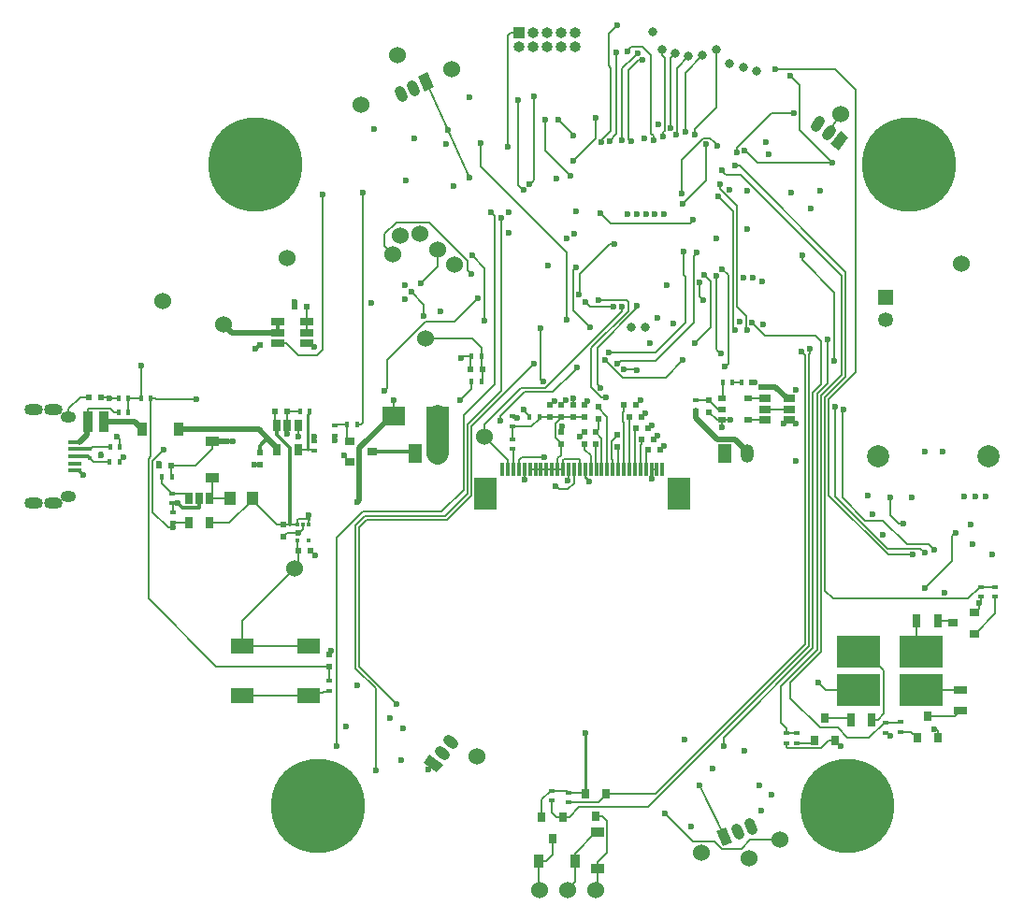
<source format=gbr>
G04 #@! TF.FileFunction,Copper,L1,Top,Signal*
%FSLAX46Y46*%
G04 Gerber Fmt 4.6, Leading zero omitted, Abs format (unit mm)*
G04 Created by KiCad (PCBNEW 4.0.5) date 10/25/17 11:24:36*
%MOMM*%
%LPD*%
G01*
G04 APERTURE LIST*
%ADD10C,0.100000*%
%ADD11C,2.000000*%
%ADD12R,1.000000X1.000000*%
%ADD13O,1.000000X1.000000*%
%ADD14R,0.500000X0.600000*%
%ADD15R,0.300000X1.250000*%
%ADD16R,2.000000X3.000000*%
%ADD17R,0.600000X0.400000*%
%ADD18R,0.600000X0.500000*%
%ADD19R,0.450000X0.400000*%
%ADD20R,0.650000X1.060000*%
%ADD21R,0.800000X0.900000*%
%ADD22R,0.900000X0.800000*%
%ADD23R,0.400000X0.600000*%
%ADD24R,2.000000X1.700000*%
%ADD25R,0.300000X0.450000*%
%ADD26R,1.060000X0.650000*%
%ADD27R,4.000000X3.000000*%
%ADD28C,1.524000*%
%ADD29R,0.900000X1.200000*%
%ADD30R,1.200000X0.900000*%
%ADD31R,1.000000X1.250000*%
%ADD32R,0.700000X1.300000*%
%ADD33R,1.300000X0.700000*%
%ADD34R,0.800000X0.550000*%
%ADD35R,0.850000X1.900000*%
%ADD36R,1.350000X1.350000*%
%ADD37C,1.350000*%
%ADD38C,8.509000*%
%ADD39R,1.200000X1.700000*%
%ADD40O,1.200000X1.700000*%
%ADD41O,1.700000X1.000000*%
%ADD42O,1.400000X1.000000*%
%ADD43R,1.200000X0.450000*%
%ADD44R,2.030000X1.400000*%
%ADD45R,1.220000X0.650000*%
%ADD46C,0.900000*%
%ADD47C,0.600000*%
%ADD48C,0.800000*%
%ADD49C,0.200000*%
%ADD50C,0.500000*%
%ADD51C,0.300000*%
%ADD52C,0.250000*%
%ADD53C,2.000000*%
G04 APERTURE END LIST*
D10*
D11*
X153750000Y-127000000D03*
X163750000Y-127000000D03*
D12*
X121198088Y-88652284D03*
D13*
X121198088Y-89922284D03*
X122468088Y-88652284D03*
X122468088Y-89922284D03*
X123738088Y-88652284D03*
X123738088Y-89922284D03*
X125008088Y-88652284D03*
X125008088Y-89922284D03*
X126278088Y-88652284D03*
X126278088Y-89922284D03*
D14*
X138461648Y-121926164D03*
X138461648Y-123026164D03*
D15*
X134224688Y-128165764D03*
X133724688Y-128165764D03*
X133224688Y-128165764D03*
X132724688Y-128165764D03*
X132224688Y-128165764D03*
X131724688Y-128165764D03*
X131224688Y-128165764D03*
X130724688Y-128165764D03*
X130224688Y-128165764D03*
X129724688Y-128165764D03*
X129224688Y-128165764D03*
X128724688Y-128165764D03*
X128224688Y-128165764D03*
X127724688Y-128165764D03*
X127224688Y-128165764D03*
X126724688Y-128165764D03*
X126224688Y-128165764D03*
X125724688Y-128165764D03*
X125224688Y-128165764D03*
X124724688Y-128165764D03*
X124224688Y-128165764D03*
X123724688Y-128165764D03*
X123224688Y-128165764D03*
X122724688Y-128165764D03*
X122224688Y-128165764D03*
X121724688Y-128165764D03*
X121224688Y-128165764D03*
X120724688Y-128165764D03*
X120224688Y-128165764D03*
X119724688Y-128165764D03*
D16*
X135744688Y-130390764D03*
X118204688Y-130390764D03*
D14*
X97752568Y-115817364D03*
X97752568Y-116917364D03*
D17*
X154412848Y-151139644D03*
X154412848Y-152039644D03*
D18*
X102051608Y-113481924D03*
X100951608Y-113481924D03*
D14*
X99901168Y-133197284D03*
X99901168Y-134297284D03*
D18*
X101218088Y-135547284D03*
X102318088Y-135547284D03*
D14*
X97793088Y-126647284D03*
X97793088Y-127747284D03*
D18*
X100272460Y-122923332D03*
X99172460Y-122923332D03*
X89718088Y-127847284D03*
X88618088Y-127847284D03*
X82330008Y-121673524D03*
X83430008Y-121673524D03*
D14*
X128402208Y-123661164D03*
X128402208Y-122561164D03*
D18*
X131818088Y-122347284D03*
X130718088Y-122347284D03*
X133418088Y-125473364D03*
X132318088Y-125473364D03*
D14*
X128199008Y-124796364D03*
X128199008Y-125896364D03*
X130168088Y-126175764D03*
X130168088Y-125075764D03*
D18*
X132318088Y-123447284D03*
X131218088Y-123447284D03*
X134018088Y-126413164D03*
X132918088Y-126413164D03*
D14*
X127183008Y-124821764D03*
X127183008Y-125921764D03*
D18*
X132918088Y-124508164D03*
X131818088Y-124508164D03*
D14*
X125024008Y-125896364D03*
X125024008Y-124796364D03*
D19*
X82394109Y-126368764D03*
X82394109Y-127168764D03*
X83399107Y-126768764D03*
D20*
X93251433Y-130847997D03*
X92301433Y-130847997D03*
X91351433Y-130847997D03*
X91351433Y-133047997D03*
X93251433Y-133047997D03*
D21*
X147968088Y-152722284D03*
X149868088Y-152722284D03*
X148918088Y-150722284D03*
D22*
X162494368Y-143070524D03*
X162494368Y-141170524D03*
X160494368Y-142120524D03*
D21*
X157283008Y-152538844D03*
X159183008Y-152538844D03*
X158233008Y-150538844D03*
D22*
X105934408Y-125644444D03*
X105934408Y-127544444D03*
X107934408Y-126594444D03*
D17*
X102710860Y-126548332D03*
X102710860Y-125648332D03*
D23*
X116950508Y-120256384D03*
X117850508Y-120256384D03*
X117850508Y-117970384D03*
X116950508Y-117970384D03*
D17*
X137272928Y-121968164D03*
X137272928Y-122868164D03*
D23*
X139662648Y-120307004D03*
X140562648Y-120307004D03*
X102302340Y-122923332D03*
X101402340Y-122923332D03*
D17*
X89873169Y-133026943D03*
X89873169Y-132126943D03*
D23*
X89818088Y-128847284D03*
X88918088Y-128847284D03*
D17*
X89863033Y-130380397D03*
X89863033Y-131280397D03*
D23*
X84204288Y-126138844D03*
X85104288Y-126138844D03*
X84163648Y-127495204D03*
X85063648Y-127495204D03*
X84961208Y-123060364D03*
X85861208Y-123060364D03*
X85861208Y-121764964D03*
X84961208Y-121764964D03*
X141377568Y-120317164D03*
X142277568Y-120317164D03*
X87918608Y-121780204D03*
X87018608Y-121780204D03*
D17*
X145443088Y-152072284D03*
X145443088Y-152972284D03*
X146343088Y-152972284D03*
X146343088Y-152072284D03*
X163069168Y-138840964D03*
X163069168Y-139740964D03*
X164344248Y-139756204D03*
X164344248Y-138856204D03*
X155769208Y-151968524D03*
X155769208Y-151068524D03*
X120629808Y-125455164D03*
X120629808Y-126355164D03*
D23*
X105663568Y-124145884D03*
X106563568Y-124145884D03*
D17*
X104577288Y-125166964D03*
X104577288Y-124266964D03*
D24*
X109868088Y-123347284D03*
X113868088Y-123347284D03*
D25*
X102185288Y-133206764D03*
X101185288Y-133206764D03*
X102185288Y-134606764D03*
X101685288Y-133206764D03*
X101185288Y-134606764D03*
D26*
X145708448Y-123700484D03*
X145708448Y-122750484D03*
X145708448Y-121800484D03*
X143508448Y-121800484D03*
X143508448Y-123700484D03*
X143508448Y-122750484D03*
D20*
X101217380Y-124241412D03*
X100267380Y-124241412D03*
X99317380Y-124241412D03*
X99317380Y-126441412D03*
X101217380Y-126441412D03*
D27*
X152013000Y-144681000D03*
X152013000Y-148181000D03*
X157613000Y-148181000D03*
X157613000Y-144681000D03*
D18*
X117950508Y-119113384D03*
X116850508Y-119113384D03*
D28*
X112768088Y-116347284D03*
D14*
X126116208Y-123457964D03*
X126116208Y-122357964D03*
X127157608Y-123457964D03*
X127157608Y-122357964D03*
X125074808Y-123457964D03*
X125074808Y-122357964D03*
X124058808Y-123457964D03*
X124058808Y-122357964D03*
D29*
X90418088Y-124597284D03*
X87118088Y-124597284D03*
D30*
X93468088Y-125697284D03*
X93468088Y-128997284D03*
D31*
X97068088Y-130847284D03*
X95068088Y-130847284D03*
D32*
X153193088Y-150872284D03*
X151293088Y-150872284D03*
X157227128Y-141912244D03*
X159127128Y-141912244D03*
D33*
X161189568Y-148175844D03*
X161189568Y-150075844D03*
D17*
X120680608Y-123372364D03*
X120680608Y-124272364D03*
D23*
X122161008Y-123492164D03*
X123061008Y-123492164D03*
D34*
X139593368Y-121810644D03*
X139593368Y-122760644D03*
X139593368Y-123710644D03*
X141993368Y-123710644D03*
X141993368Y-121810644D03*
D14*
X104039568Y-144934844D03*
X104039568Y-146034844D03*
D35*
X83636848Y-123913804D03*
X82186848Y-123913804D03*
D28*
X110218088Y-90697284D03*
X142068088Y-163397284D03*
X150393088Y-95997284D03*
D17*
X104039568Y-147332604D03*
X104039568Y-148232604D03*
D30*
X128359095Y-164391191D03*
X128359095Y-161091191D03*
D29*
X123026095Y-163670831D03*
X126326095Y-163670831D03*
D28*
X128166535Y-166266711D03*
X125626535Y-166266711D03*
X123086535Y-166266711D03*
D21*
X129151615Y-157595911D03*
X127251615Y-157595911D03*
X128201615Y-159595911D03*
X125209535Y-159664231D03*
X123309535Y-159664231D03*
X124259535Y-161664231D03*
D17*
X125717495Y-158375351D03*
X125717495Y-157475351D03*
X124193495Y-158197551D03*
X124193495Y-157297551D03*
D36*
X154402688Y-112622484D03*
D37*
X154402688Y-114622484D03*
D38*
X103073200Y-158648400D03*
X150926800Y-158648400D03*
X156531208Y-100634800D03*
X97358200Y-100634800D03*
D39*
X139868088Y-126747284D03*
D40*
X141868088Y-126747284D03*
D41*
X77306248Y-122797764D03*
X77306248Y-131247764D03*
X79056248Y-122797764D03*
X79056248Y-131247764D03*
D42*
X80456248Y-130622764D03*
X80456248Y-123422764D03*
D43*
X81056248Y-125722764D03*
X81056248Y-126372764D03*
X81056248Y-127022764D03*
X81056248Y-127672764D03*
X81056248Y-128322764D03*
D39*
X111868088Y-126747284D03*
D40*
X113868088Y-126747284D03*
D44*
X96187000Y-148681000D03*
X102187000Y-148681000D03*
X96187000Y-144181000D03*
X102187000Y-144181000D03*
D45*
X99379448Y-114858604D03*
X99379448Y-115808604D03*
X99379448Y-116758604D03*
X101999448Y-116758604D03*
X101999448Y-115808604D03*
X101999448Y-114858604D03*
D28*
X117445688Y-154221084D03*
D46*
X111541303Y-93375392D02*
X111794873Y-93919176D01*
X110390292Y-93912117D02*
X110643862Y-94455901D01*
D10*
G36*
X112728224Y-93980468D02*
X112094297Y-92621006D01*
X112909974Y-92240650D01*
X113543901Y-93600112D01*
X112728224Y-93980468D01*
X112728224Y-93980468D01*
G37*
D46*
X141131693Y-161259728D02*
X140902083Y-160705400D01*
X142305020Y-160773720D02*
X142075410Y-160219392D01*
D10*
G36*
X139972294Y-160603455D02*
X140546319Y-161989274D01*
X139714828Y-162333689D01*
X139140803Y-160947870D01*
X139972294Y-160603455D01*
X139972294Y-160603455D01*
G37*
D46*
X114483294Y-154037952D02*
X114007282Y-153672696D01*
X115256421Y-153030394D02*
X114780409Y-152665138D01*
D10*
G36*
X113151089Y-154049303D02*
X114341119Y-154962445D01*
X113793233Y-155676463D01*
X112603203Y-154763321D01*
X113151089Y-154049303D01*
X113151089Y-154049303D01*
G37*
D46*
X149443157Y-97436151D02*
X149077901Y-97912163D01*
X148435599Y-96663024D02*
X148070343Y-97139036D01*
D10*
G36*
X149454508Y-98768356D02*
X150367650Y-97578326D01*
X151081668Y-98126212D01*
X150168526Y-99316242D01*
X149454508Y-98768356D01*
X149454508Y-98768356D01*
G37*
D28*
X118068088Y-125247284D03*
X113868088Y-108347284D03*
X112293088Y-106872284D03*
X115368088Y-109647284D03*
X109843088Y-108697284D03*
X110468088Y-107022284D03*
X115168088Y-91947284D03*
X106943088Y-95197284D03*
X94518088Y-115097284D03*
X100268088Y-109097284D03*
X161318088Y-109597284D03*
X89018088Y-112997284D03*
X144868088Y-161772284D03*
X137743088Y-162922284D03*
X100893088Y-137172284D03*
D47*
X120193088Y-98997284D03*
X135210587Y-114979868D03*
X110893088Y-111547284D03*
X139073067Y-107322284D03*
X140321800Y-102908286D03*
X143802949Y-99699653D03*
X132583078Y-98247284D03*
X121088471Y-123524220D03*
X110753316Y-151682080D03*
X114168088Y-113897284D03*
X124618088Y-101872284D03*
X125520260Y-107297284D03*
X110536888Y-154576684D03*
X133860464Y-96997957D03*
X133741734Y-114483177D03*
X133072885Y-116738594D03*
D48*
X133343088Y-88622284D03*
D47*
X110868090Y-112772284D03*
X162093088Y-133172284D03*
X156768088Y-130722284D03*
X124496272Y-121985936D03*
X115971201Y-118157294D03*
X141223077Y-114829020D03*
X143368088Y-115072284D03*
X102718088Y-117147284D03*
X143168088Y-120747284D03*
X142612968Y-120317164D03*
X146307868Y-120986624D03*
X141523120Y-110857086D03*
X120307689Y-106757860D03*
X120288692Y-104940537D03*
X123868088Y-109772284D03*
X104208078Y-144597284D03*
X143553603Y-98587465D03*
X88618097Y-127686828D03*
X125168088Y-124297284D03*
X127418088Y-121997284D03*
X126107342Y-121747865D03*
X127594917Y-129288166D03*
X106608077Y-147747284D03*
X102721076Y-125233591D03*
X104586699Y-125543430D03*
X154209601Y-134155771D03*
X136206873Y-152686039D03*
X150343088Y-153272284D03*
X90309975Y-131280397D03*
X97368088Y-117297284D03*
X97293088Y-127747284D03*
X157943088Y-126622284D03*
X159593088Y-126622284D03*
X141618088Y-153722284D03*
X138793088Y-155272284D03*
X147643088Y-104547284D03*
X145918088Y-103147284D03*
X105393088Y-126972284D03*
X154843088Y-152372284D03*
X158793088Y-151722284D03*
X153218088Y-132272284D03*
X152843088Y-130547284D03*
X134393088Y-105072284D03*
X131043088Y-105072284D03*
X131943088Y-105072284D03*
X133523046Y-105076285D03*
X132741258Y-105076286D03*
X126424844Y-104826287D03*
X100951608Y-113031924D03*
X107868088Y-113097284D03*
X100267380Y-124971412D03*
X102743088Y-135972284D03*
X101243088Y-133921762D03*
X109543088Y-150697284D03*
X105593088Y-151472284D03*
X115293088Y-102522284D03*
X111018088Y-102022284D03*
X114593088Y-98772284D03*
X121718088Y-129122284D03*
X134618088Y-111522284D03*
X143268100Y-111187274D03*
X126264086Y-106826286D03*
X142368088Y-110847284D03*
X141868088Y-106447284D03*
X141868088Y-102947284D03*
X164068088Y-135947284D03*
X162268088Y-134947284D03*
X159768088Y-139347284D03*
X162868088Y-140342044D03*
X163468088Y-130647284D03*
X162568088Y-130647284D03*
X161568088Y-130647284D03*
X132268088Y-121947284D03*
X134368088Y-126047284D03*
X133768088Y-125147284D03*
X133268088Y-124247284D03*
X132668088Y-123147284D03*
X125468088Y-121947284D03*
X126747602Y-125200769D03*
X133268088Y-129034164D03*
X84168088Y-121747284D03*
X83368088Y-126935194D03*
X81768088Y-128747284D03*
X123643088Y-96497284D03*
X125893088Y-101597284D03*
X139193088Y-98897284D03*
X84833078Y-125226920D03*
X135993088Y-103247284D03*
X138205730Y-98771563D03*
X136043088Y-104172284D03*
X85393088Y-127097284D03*
X121636687Y-102919377D03*
X121143088Y-94772284D03*
X122186178Y-102394328D03*
X122618088Y-94447284D03*
X146318088Y-127447284D03*
X148318088Y-147497284D03*
X127243088Y-152097284D03*
X102185288Y-132380084D03*
X115893088Y-121972284D03*
X109893088Y-121972284D03*
X106618088Y-131172284D03*
X129343088Y-117597284D03*
X136168088Y-108472284D03*
X137344393Y-108586254D03*
X130167613Y-118647759D03*
X126518088Y-118972284D03*
X119518088Y-123822284D03*
X101218088Y-125222284D03*
X114788170Y-97472284D03*
X116718088Y-101747284D03*
X95368088Y-125697284D03*
X94843088Y-125697284D03*
X113043088Y-155422284D03*
X148468088Y-102972284D03*
X137568088Y-156847284D03*
X131868088Y-113347284D03*
X128617288Y-120837187D03*
X123528098Y-127074228D03*
X130068088Y-90422283D03*
X107118088Y-103122284D03*
X129418088Y-98497284D03*
X130548077Y-113482294D03*
X139641018Y-124399043D03*
X140361566Y-123701553D03*
X146268088Y-124047262D03*
X145168088Y-124047284D03*
X131918088Y-119197284D03*
X130705023Y-119185168D03*
X121649922Y-122798019D03*
X140803098Y-115594285D03*
X139250764Y-103472640D03*
X89043088Y-126422284D03*
X89873169Y-133492203D03*
X127268088Y-113047284D03*
X129788064Y-113482294D03*
X118133078Y-114768399D03*
X116968088Y-108797284D03*
X112361840Y-111325852D03*
X117493088Y-112722284D03*
X109018088Y-121122284D03*
X91993088Y-121822284D03*
X126693088Y-112372284D03*
X129868088Y-107797284D03*
X128394492Y-112898776D03*
X125670136Y-129189621D03*
X129123107Y-121710717D03*
X116893088Y-110497284D03*
X123425140Y-120250792D03*
X123218088Y-115422284D03*
X112638418Y-114299655D03*
X124568088Y-129722284D03*
X111493088Y-112147284D03*
X110168088Y-149447284D03*
X136093088Y-118297284D03*
X149768088Y-118397284D03*
X146868088Y-108847284D03*
X129057879Y-118329999D03*
X122593088Y-118647284D03*
X142343088Y-114947284D03*
X139795912Y-153282648D03*
X125543088Y-114697284D03*
X117768088Y-98672284D03*
X154868088Y-130747284D03*
X156069590Y-133097283D03*
X149208078Y-116422873D03*
X141887081Y-115555294D03*
X139468088Y-102422284D03*
X140765207Y-100697168D03*
X139582358Y-101141040D03*
X158018088Y-138922284D03*
X160768088Y-133947284D03*
X139866647Y-118932294D03*
X139643088Y-110047284D03*
X150578088Y-122822284D03*
X158806133Y-135460329D03*
X127689075Y-115343271D03*
X149863163Y-122500771D03*
X126418088Y-109897284D03*
X157989068Y-135768264D03*
X128660482Y-98557710D03*
X144443088Y-91997284D03*
X130168088Y-87947284D03*
X156924494Y-135949064D03*
X137610963Y-111274539D03*
X137948067Y-112891842D03*
X136833829Y-160534766D03*
X108073928Y-97357657D03*
X116718088Y-94522284D03*
X111718088Y-98197284D03*
X142968088Y-156847284D03*
X144068088Y-157647284D03*
X136994569Y-105631001D03*
X128612256Y-105047284D03*
X146812403Y-117537274D03*
X139500011Y-117737274D03*
X139068088Y-110647284D03*
X138018088Y-110597284D03*
X147529293Y-117284910D03*
X137180669Y-116759865D03*
X126143088Y-97947284D03*
X124820903Y-96575099D03*
X87018091Y-118847281D03*
X146118088Y-95972284D03*
X140943088Y-99522284D03*
X134443088Y-159387274D03*
X119602961Y-105413104D03*
X108242015Y-155473357D03*
X143143088Y-159122284D03*
X145798557Y-92557294D03*
X141667984Y-99293933D03*
X149643088Y-100447284D03*
X118693088Y-104922284D03*
X104768088Y-153247284D03*
X131043088Y-90322284D03*
X103468088Y-103322284D03*
X133393088Y-98432286D03*
D48*
X132643088Y-115297284D03*
X131373088Y-115297284D03*
X134159000Y-90156372D03*
D47*
X134268088Y-98097284D03*
X134980475Y-97263792D03*
D48*
X135393088Y-90547284D03*
D47*
X135445094Y-97865247D03*
D48*
X136593088Y-90797284D03*
D47*
X136293088Y-97647284D03*
D48*
X137843088Y-90722284D03*
D47*
X137168088Y-97897284D03*
D48*
X139068088Y-90222284D03*
D47*
X131953562Y-90527256D03*
D48*
X140292629Y-91474224D03*
D47*
X130570806Y-98373046D03*
X132393088Y-91147284D03*
D48*
X141519355Y-91802924D03*
D47*
X131368088Y-98497284D03*
X128193088Y-96347284D03*
D48*
X142746081Y-92131624D03*
D47*
X126159601Y-100255771D03*
D49*
X121198088Y-88652284D02*
X120498088Y-88652284D01*
X120498088Y-88652284D02*
X120193088Y-88957284D01*
X120193088Y-88957284D02*
X120193088Y-98573020D01*
X120193088Y-98573020D02*
X120193088Y-98997284D01*
X120680608Y-123372364D02*
X120680608Y-123492480D01*
X120680608Y-123492480D02*
X120712348Y-123524220D01*
X120712348Y-123524220D02*
X121088471Y-123524220D01*
X96187000Y-144181000D02*
X96187000Y-141878372D01*
X96187000Y-141878372D02*
X100893088Y-137172284D01*
X101218088Y-135547284D02*
X101218088Y-136847284D01*
X101218088Y-136847284D02*
X100893088Y-137172284D01*
X101185288Y-134606764D02*
X101185288Y-135514484D01*
X101185288Y-135514484D02*
X101218088Y-135547284D01*
X96187000Y-144181000D02*
X102187000Y-144181000D01*
X133051778Y-116738594D02*
X133072885Y-116738594D01*
X124124244Y-122357964D02*
X124196273Y-122285935D01*
X124196273Y-122285935D02*
X124496272Y-121985936D01*
X124058808Y-122357964D02*
X124124244Y-122357964D01*
X116158111Y-117970384D02*
X115971201Y-118157294D01*
X116950508Y-117970384D02*
X116158111Y-117970384D01*
X102418089Y-116847285D02*
X102718088Y-117147284D01*
X102329408Y-116758604D02*
X102418089Y-116847285D01*
X101999448Y-116758604D02*
X102329408Y-116758604D01*
D50*
X144450248Y-120747284D02*
X143592352Y-120747284D01*
X143592352Y-120747284D02*
X143168088Y-120747284D01*
X145708448Y-121800484D02*
X145503448Y-121800484D01*
X145503448Y-121800484D02*
X144450248Y-120747284D01*
D49*
X142277568Y-120317164D02*
X142612968Y-120317164D01*
X104008079Y-144797283D02*
X104208078Y-144597284D01*
X104039568Y-144934844D02*
X104008079Y-144903355D01*
X104008079Y-144903355D02*
X104008079Y-144797283D01*
X88618088Y-127686837D02*
X88618097Y-127686828D01*
X88618088Y-127847284D02*
X88618088Y-127686837D01*
X125024008Y-124441364D02*
X125168088Y-124297284D01*
X125024008Y-124796364D02*
X125024008Y-124441364D01*
X127118089Y-122318445D02*
X127118089Y-122297283D01*
X127118089Y-122297283D02*
X127418088Y-121997284D01*
X127157608Y-122357964D02*
X127118089Y-122318445D01*
X126116208Y-121756731D02*
X126107342Y-121747865D01*
X126116208Y-122357964D02*
X126116208Y-121756731D01*
X127294918Y-128988167D02*
X127594917Y-129288166D01*
X127227285Y-128988167D02*
X127294918Y-128988167D01*
X127218088Y-128997364D02*
X127227285Y-128988167D01*
X127224688Y-128990764D02*
X127522090Y-129288166D01*
X127224688Y-128165764D02*
X127224688Y-128990764D01*
X127522090Y-129288166D02*
X127594917Y-129288166D01*
X102710860Y-125243807D02*
X102721076Y-125233591D01*
X102710860Y-125648332D02*
X102710860Y-125243807D01*
X104577288Y-125534019D02*
X104586699Y-125543430D01*
X104577288Y-125166964D02*
X104577288Y-125534019D01*
X149868088Y-152797284D02*
X150343088Y-153272284D01*
X149868088Y-152722284D02*
X149868088Y-152797284D01*
X145443088Y-152972284D02*
X145443088Y-153372284D01*
X145443088Y-153372284D02*
X145503089Y-153432285D01*
X145503089Y-153432285D02*
X148558087Y-153432285D01*
X148558087Y-153432285D02*
X149268088Y-152722284D01*
X149268088Y-152722284D02*
X149868088Y-152722284D01*
D51*
X90309975Y-131280397D02*
X90717576Y-131687998D01*
X92301433Y-131677997D02*
X92301433Y-130847997D01*
X90717576Y-131687998D02*
X92291432Y-131687998D01*
X92291432Y-131687998D02*
X92301433Y-131677997D01*
X89863033Y-131280397D02*
X90309975Y-131280397D01*
X97748008Y-116917364D02*
X97368088Y-117297284D01*
X97752568Y-116917364D02*
X97748008Y-116917364D01*
D49*
X97793088Y-127747284D02*
X97293088Y-127747284D01*
X105934408Y-127513604D02*
X105393088Y-126972284D01*
X105934408Y-127544444D02*
X105934408Y-127513604D01*
X154510448Y-152039644D02*
X154843088Y-152372284D01*
X154412848Y-152039644D02*
X154510448Y-152039644D01*
X159016448Y-151722284D02*
X158793088Y-151722284D01*
X159183008Y-152538844D02*
X159183008Y-151888844D01*
X159183008Y-151888844D02*
X159016448Y-151722284D01*
X100968088Y-113015444D02*
X100951608Y-113031924D01*
X100951608Y-113481924D02*
X100951608Y-113031924D01*
X116850508Y-119113384D02*
X116850508Y-118070384D01*
X116850508Y-118070384D02*
X116950508Y-117970384D01*
X100272460Y-122923332D02*
X101402340Y-122923332D01*
X100268088Y-124972120D02*
X100267380Y-124971412D01*
X100267380Y-124241412D02*
X100267380Y-124971412D01*
X100272460Y-122923332D02*
X100272460Y-124236332D01*
X100272460Y-124236332D02*
X100267380Y-124241412D01*
X89873169Y-132126943D02*
X89873169Y-131290533D01*
X89873169Y-131290533D02*
X89863033Y-131280397D01*
X102318088Y-135547284D02*
X102743088Y-135972284D01*
X99901168Y-134297284D02*
X100276690Y-133921762D01*
X100276690Y-133921762D02*
X101243088Y-133921762D01*
X101369768Y-133947284D02*
X101268610Y-133947284D01*
X101268610Y-133947284D02*
X101243088Y-133921762D01*
X101685288Y-133206764D02*
X101685288Y-133631764D01*
X101685288Y-133631764D02*
X101369768Y-133947284D01*
X126326095Y-163670831D02*
X126326095Y-162974191D01*
X126326095Y-162974191D02*
X128209095Y-161091191D01*
X128209095Y-161091191D02*
X128359095Y-161091191D01*
X126326095Y-163670831D02*
X126326095Y-165567151D01*
X126326095Y-165567151D02*
X125626535Y-166266711D01*
X121724688Y-129115684D02*
X121718088Y-129122284D01*
X121743088Y-129097284D02*
X121718088Y-129122284D01*
X121743088Y-129009164D02*
X121743088Y-129097284D01*
X121724688Y-128165764D02*
X121724688Y-129115684D01*
X162868088Y-140342044D02*
X162868088Y-140796804D01*
X162868088Y-140796804D02*
X162494368Y-141170524D01*
X163069168Y-139740964D02*
X163069168Y-140140964D01*
X163069168Y-140140964D02*
X162868088Y-140342044D01*
X131868088Y-122347284D02*
X132268088Y-121947284D01*
X131818088Y-122347284D02*
X131868088Y-122347284D01*
X134018088Y-126397284D02*
X134368088Y-126047284D01*
X134018088Y-126413164D02*
X134018088Y-126397284D01*
X133442008Y-125473364D02*
X133768088Y-125147284D01*
X133418088Y-125473364D02*
X133442008Y-125473364D01*
X132918088Y-124508164D02*
X133007208Y-124508164D01*
X133007208Y-124508164D02*
X133268088Y-124247284D01*
X132368088Y-123447284D02*
X132668088Y-123147284D01*
X132318088Y-123447284D02*
X132368088Y-123447284D01*
X125074808Y-122340564D02*
X125468088Y-121947284D01*
X125074808Y-122357964D02*
X125074808Y-122340564D01*
X127047601Y-124900770D02*
X126747602Y-125200769D01*
X127126607Y-124821764D02*
X127047601Y-124900770D01*
X127183008Y-124821764D02*
X127126607Y-124821764D01*
X133224688Y-128165764D02*
X133224688Y-128990764D01*
X133224688Y-128990764D02*
X133268088Y-129034164D01*
X133724688Y-128165764D02*
X133224688Y-128165764D01*
X84961208Y-121764964D02*
X84185768Y-121764964D01*
X84185768Y-121764964D02*
X84168088Y-121747284D01*
X84003768Y-121747284D02*
X84168088Y-121747284D01*
X83430008Y-121673524D02*
X83930008Y-121673524D01*
X83930008Y-121673524D02*
X84003768Y-121747284D01*
X83399107Y-126904175D02*
X83368088Y-126935194D01*
X83399107Y-126768764D02*
X83399107Y-126904175D01*
D51*
X81343568Y-128322764D02*
X81768088Y-128747284D01*
X81056248Y-128322764D02*
X81343568Y-128322764D01*
D49*
X123643088Y-96921548D02*
X123643088Y-96497284D01*
X125893088Y-101597284D02*
X123643088Y-99347284D01*
X123643088Y-99347284D02*
X123643088Y-96921548D01*
X135993088Y-100148020D02*
X137943823Y-98197285D01*
X135993088Y-103247284D02*
X135993088Y-100148020D01*
X138493089Y-98197285D02*
X138893089Y-98597285D01*
X137943823Y-98197285D02*
X138493089Y-98197285D01*
X138893089Y-98597285D02*
X139193088Y-98897284D01*
X85104288Y-125498130D02*
X84833078Y-125226920D01*
X85104288Y-126138844D02*
X85104288Y-125498130D01*
X136043088Y-104172284D02*
X138205730Y-102009642D01*
X138205730Y-102009642D02*
X138205730Y-99195827D01*
X138205730Y-99195827D02*
X138205730Y-98771563D01*
X85063648Y-127495204D02*
X85393088Y-127097284D01*
X121143088Y-102425778D02*
X121336688Y-102619378D01*
X121143088Y-94772284D02*
X121143088Y-102425778D01*
X121336688Y-102619378D02*
X121636687Y-102919377D01*
X122618088Y-101962418D02*
X122486177Y-102094329D01*
X122618088Y-94447284D02*
X122618088Y-101962418D01*
X122486177Y-102094329D02*
X122186178Y-102394328D01*
X149026804Y-148181000D02*
X148343088Y-147497284D01*
X148343088Y-147497284D02*
X148318088Y-147497284D01*
X152013000Y-148181000D02*
X149026804Y-148181000D01*
X124193495Y-157297551D02*
X125539695Y-157297551D01*
X125539695Y-157297551D02*
X125717495Y-157475351D01*
D52*
X127243088Y-156887384D02*
X127243088Y-152097284D01*
X127251615Y-157595911D02*
X127251615Y-156895911D01*
X127251615Y-156895911D02*
X127243088Y-156887384D01*
X102185288Y-132781764D02*
X102185288Y-132380084D01*
D49*
X99901168Y-133197284D02*
X100468088Y-133197284D01*
X100468088Y-133197284D02*
X101175808Y-133197284D01*
D51*
X99317380Y-124241412D02*
X99317380Y-125071412D01*
X99317380Y-125071412D02*
X100468088Y-126222120D01*
X100468088Y-126222120D02*
X100468088Y-133197284D01*
D49*
X116950508Y-120256384D02*
X116950508Y-120914864D01*
X116950508Y-120914864D02*
X115893088Y-121972284D01*
X109893088Y-122272284D02*
X109893088Y-121972284D01*
X109868088Y-123347284D02*
X109868088Y-122297284D01*
X109868088Y-122297284D02*
X109893088Y-122272284D01*
D50*
X106794409Y-130995963D02*
X106618088Y-131172284D01*
X109868088Y-123347284D02*
X109718088Y-123347284D01*
X109718088Y-123347284D02*
X106794409Y-126270963D01*
X106794409Y-126270963D02*
X106794409Y-130995963D01*
X137272928Y-122868164D02*
X137272928Y-123568164D01*
X137272928Y-123568164D02*
X139192047Y-125487283D01*
X141868088Y-126559282D02*
X141868088Y-126747284D01*
X139192047Y-125487283D02*
X140796089Y-125487283D01*
X140796089Y-125487283D02*
X141868088Y-126559282D01*
D49*
X99172460Y-122923332D02*
X99172460Y-124096492D01*
X99172460Y-124096492D02*
X99317380Y-124241412D01*
X93251433Y-133047997D02*
X94992375Y-133047997D01*
X94992375Y-133047997D02*
X97068088Y-130972284D01*
X97068088Y-130972284D02*
X97068088Y-130847284D01*
X97068088Y-130972284D02*
X99293088Y-133197284D01*
X99293088Y-133197284D02*
X99451168Y-133197284D01*
X99451168Y-133197284D02*
X99901168Y-133197284D01*
X101185288Y-133206764D02*
X101185288Y-132781764D01*
X101185288Y-132781764D02*
X101245289Y-132721763D01*
X101245289Y-132721763D02*
X102125287Y-132721763D01*
X102125287Y-132721763D02*
X102185288Y-132781764D01*
X102185288Y-132781764D02*
X102185288Y-133206764D01*
X101175808Y-133197284D02*
X101185288Y-133206764D01*
X123309535Y-159664231D02*
X123309535Y-158081511D01*
X123309535Y-158081511D02*
X124093495Y-157297551D01*
X124093495Y-157297551D02*
X124193495Y-157297551D01*
X125717495Y-157475351D02*
X127131055Y-157475351D01*
X127131055Y-157475351D02*
X127251615Y-157595911D01*
X80456248Y-123422764D02*
X80456248Y-122722764D01*
X80456248Y-122722764D02*
X81505488Y-121673524D01*
X81505488Y-121673524D02*
X81830008Y-121673524D01*
X81830008Y-121673524D02*
X82330008Y-121673524D01*
X89863033Y-130380397D02*
X91001201Y-130380397D01*
X91001201Y-130380397D02*
X91368088Y-130747284D01*
X91368088Y-130747284D02*
X91368088Y-130831342D01*
X91368088Y-130831342D02*
X91351433Y-130847997D01*
X88918088Y-128847284D02*
X88918088Y-129435452D01*
X88918088Y-129435452D02*
X89863033Y-130380397D01*
X82394109Y-127168764D02*
X82720549Y-127495204D01*
X82720549Y-127495204D02*
X84163648Y-127495204D01*
D51*
X81056248Y-127022764D02*
X82248109Y-127022764D01*
X82248109Y-127022764D02*
X82394109Y-127168764D01*
D49*
X133618088Y-117597284D02*
X129343088Y-117597284D01*
X136318088Y-114897284D02*
X133618088Y-117597284D01*
X136318088Y-110757328D02*
X136318088Y-114897284D01*
X136168088Y-110607328D02*
X136318088Y-110757328D01*
X136168088Y-108472284D02*
X136168088Y-110607328D01*
X116968088Y-116347284D02*
X117850508Y-117229704D01*
X117850508Y-117229704D02*
X117850508Y-117970384D01*
X112768088Y-116347284D02*
X116968088Y-116347284D01*
X117950508Y-119113384D02*
X117950508Y-120156384D01*
X117950508Y-120156384D02*
X117850508Y-120256384D01*
X117850508Y-117970384D02*
X117850508Y-119013384D01*
X117850508Y-119013384D02*
X117950508Y-119113384D01*
X137036978Y-108893669D02*
X137044394Y-108886253D01*
X133626744Y-118347760D02*
X137036978Y-114937526D01*
X137036978Y-114937526D02*
X137036978Y-108893669D01*
X130167613Y-118647759D02*
X130467612Y-118347760D01*
X130467612Y-118347760D02*
X133626744Y-118347760D01*
X137044394Y-108886253D02*
X137344393Y-108586254D01*
X124303575Y-121186797D02*
X126218089Y-119272283D01*
X121729311Y-121186797D02*
X124303575Y-121186797D01*
X119518088Y-123822284D02*
X119518088Y-123398020D01*
X126218089Y-119272283D02*
X126518088Y-118972284D01*
X119518088Y-123398020D02*
X121729311Y-121186797D01*
X101218088Y-124972120D02*
X101218088Y-125222284D01*
X101217380Y-124241412D02*
X101217380Y-124971412D01*
X101217380Y-124971412D02*
X101218088Y-124972120D01*
X137568088Y-156847284D02*
X139843561Y-161468572D01*
X114788170Y-97472284D02*
X116718088Y-101747284D01*
X112819099Y-93110559D02*
X114788170Y-97472284D01*
X89718088Y-127847284D02*
X91968088Y-127847284D01*
X91968088Y-127847284D02*
X93468088Y-126347284D01*
X93468088Y-126347284D02*
X93468088Y-125697284D01*
D50*
X94568088Y-125697284D02*
X94843088Y-125697284D01*
X93468088Y-125697284D02*
X94568088Y-125697284D01*
D49*
X89718088Y-127847284D02*
X89718088Y-128747284D01*
X89718088Y-128747284D02*
X89818088Y-128847284D01*
X146343088Y-152972284D02*
X147718088Y-152972284D01*
X147718088Y-152972284D02*
X147968088Y-152722284D01*
X128402208Y-123661164D02*
X128402208Y-124593164D01*
X128402208Y-124593164D02*
X128199008Y-124796364D01*
X128199008Y-124796364D02*
X128199008Y-124846364D01*
X128199008Y-124846364D02*
X128724688Y-125372044D01*
X128724688Y-125372044D02*
X128724688Y-127340764D01*
X128724688Y-127340764D02*
X128724688Y-128165764D01*
X128402208Y-122561164D02*
X128402208Y-122611164D01*
X128402208Y-122611164D02*
X129224688Y-123433644D01*
X129224688Y-123433644D02*
X129224688Y-127340764D01*
X129224688Y-127340764D02*
X129224688Y-128165764D01*
X130718088Y-122347284D02*
X130718088Y-122937283D01*
X130718088Y-122937283D02*
X130710087Y-122937283D01*
X130710087Y-123957285D02*
X130718088Y-123957285D01*
X130710087Y-122937283D02*
X130658087Y-122989283D01*
X130658087Y-122989283D02*
X130658087Y-123905285D01*
X130658087Y-123905285D02*
X130710087Y-123957285D01*
X130718088Y-123957285D02*
X130718088Y-127334164D01*
X130718088Y-127334164D02*
X130724688Y-127340764D01*
X130724688Y-127340764D02*
X130724688Y-128165764D01*
X132318088Y-125473364D02*
X132318088Y-125923364D01*
X132318088Y-125923364D02*
X132224688Y-126016764D01*
X132224688Y-126016764D02*
X132224688Y-127340764D01*
X132224688Y-127340764D02*
X132224688Y-128165764D01*
X132218088Y-128159164D02*
X132224688Y-128165764D01*
X128199008Y-125896364D02*
X128199008Y-128140084D01*
X128199008Y-128140084D02*
X128224688Y-128165764D01*
X130168088Y-126175764D02*
X130218088Y-126225764D01*
X130218088Y-126225764D02*
X130218088Y-128159164D01*
X130218088Y-128159164D02*
X130224688Y-128165764D01*
X130168088Y-125075764D02*
X130168088Y-125125764D01*
X130168088Y-125125764D02*
X129658087Y-125635765D01*
X129658087Y-125635765D02*
X129658087Y-127274163D01*
X129658087Y-127274163D02*
X129724688Y-127340764D01*
X129724688Y-127340764D02*
X129724688Y-128165764D01*
X131218088Y-123447284D02*
X131218088Y-128159164D01*
X131218088Y-128159164D02*
X131224688Y-128165764D01*
X132918088Y-126413164D02*
X132724688Y-126606564D01*
X132724688Y-126606564D02*
X132724688Y-128165764D01*
X127183008Y-125921764D02*
X127183008Y-126421764D01*
X127183008Y-126421764D02*
X127724688Y-126963444D01*
X127724688Y-126963444D02*
X127724688Y-127340764D01*
X127724688Y-127340764D02*
X127724688Y-128165764D01*
X131818088Y-124508164D02*
X131768088Y-124508164D01*
X131768088Y-124508164D02*
X131724688Y-124551564D01*
X131724688Y-124551564D02*
X131724688Y-127340764D01*
X131724688Y-127340764D02*
X131724688Y-128165764D01*
X93468088Y-128997284D02*
X93468088Y-130631342D01*
X93468088Y-130631342D02*
X93251433Y-130847997D01*
X93251433Y-130847997D02*
X95067375Y-130847997D01*
X95067375Y-130847997D02*
X95068088Y-130847284D01*
X82394109Y-126368764D02*
X82624029Y-126138844D01*
X82624029Y-126138844D02*
X84204288Y-126138844D01*
D51*
X81056248Y-126372764D02*
X82390109Y-126372764D01*
X82390109Y-126372764D02*
X82394109Y-126368764D01*
D49*
X153193088Y-150872284D02*
X153743088Y-150872284D01*
X154273001Y-146441001D02*
X152513000Y-144681000D01*
X153743088Y-150872284D02*
X154273001Y-150342371D01*
X152513000Y-144681000D02*
X152013000Y-144681000D01*
X154273001Y-150342371D02*
X154273001Y-146441001D01*
X157613000Y-148181000D02*
X161184412Y-148181000D01*
X161184412Y-148181000D02*
X161189568Y-148175844D01*
X157227128Y-141912244D02*
X157227128Y-144295128D01*
X157227128Y-144295128D02*
X157613000Y-144681000D01*
X82186848Y-123913804D02*
X82186848Y-122763804D01*
X82186848Y-122763804D02*
X82246849Y-122703803D01*
X82246849Y-122703803D02*
X84204647Y-122703803D01*
X84204647Y-122703803D02*
X84561208Y-123060364D01*
X84561208Y-123060364D02*
X84961208Y-123060364D01*
D50*
X82106728Y-125047284D02*
X82106728Y-123993924D01*
D51*
X82106728Y-123993924D02*
X82186848Y-123913804D01*
X81056248Y-125722764D02*
X81431248Y-125722764D01*
D50*
X81431248Y-125722764D02*
X82106728Y-125047284D01*
D49*
X148918088Y-150722284D02*
X151143088Y-150722284D01*
X151143088Y-150722284D02*
X151293088Y-150872284D01*
X164344248Y-139756204D02*
X164344248Y-141270644D01*
X162544368Y-143070524D02*
X162494368Y-143070524D01*
X164344248Y-141270644D02*
X162544368Y-143070524D01*
X159127128Y-141912244D02*
X160286088Y-141912244D01*
X160286088Y-141912244D02*
X160494368Y-142120524D01*
X155769208Y-151968524D02*
X156712688Y-151968524D01*
X156712688Y-151968524D02*
X157283008Y-152538844D01*
X158233008Y-150538844D02*
X160726568Y-150538844D01*
X160726568Y-150538844D02*
X161189568Y-150075844D01*
X105663568Y-124145884D02*
X105663568Y-125373604D01*
X105663568Y-125373604D02*
X105934408Y-125644444D01*
X105663568Y-124145884D02*
X104698368Y-124145884D01*
X104698368Y-124145884D02*
X104577288Y-124266964D01*
X139662648Y-120307004D02*
X139662648Y-121741364D01*
X139662648Y-121741364D02*
X139593368Y-121810644D01*
X120629808Y-126355164D02*
X120724688Y-126450044D01*
X120724688Y-126450044D02*
X120724688Y-128165764D01*
X143508448Y-123700484D02*
X142003528Y-123700484D01*
X142003528Y-123700484D02*
X141993368Y-123710644D01*
X141993368Y-121810644D02*
X143498288Y-121810644D01*
X143498288Y-121810644D02*
X143508448Y-121800484D01*
X143508448Y-122750484D02*
X145708448Y-122750484D01*
X128617288Y-120837187D02*
X128317289Y-120537188D01*
X131843088Y-113672284D02*
X131843088Y-113372284D01*
X128317289Y-120537188D02*
X128317289Y-117198083D01*
X128317289Y-117198083D02*
X131843088Y-113672284D01*
X131843088Y-113372284D02*
X131868088Y-113347284D01*
X121491224Y-127074228D02*
X123103834Y-127074228D01*
X121224688Y-128165764D02*
X121224688Y-127340764D01*
X123103834Y-127074228D02*
X123528098Y-127074228D01*
X121224688Y-127340764D02*
X121491224Y-127074228D01*
X130068088Y-97847284D02*
X130068088Y-90846547D01*
X130068088Y-90846547D02*
X130068088Y-90422283D01*
X129418088Y-98497284D02*
X130068088Y-97847284D01*
X107118088Y-103122284D02*
X107118088Y-123991364D01*
X107118088Y-123991364D02*
X106963568Y-124145884D01*
X106963568Y-124145884D02*
X106563568Y-124145884D01*
X123641120Y-120826786D02*
X130548077Y-113919829D01*
X130548077Y-113906558D02*
X130548077Y-113482294D01*
X121410956Y-120826786D02*
X123641120Y-120826786D01*
X118068088Y-125247284D02*
X118068088Y-124169654D01*
X118068088Y-124169654D02*
X121410956Y-120826786D01*
X130548077Y-113919829D02*
X130548077Y-113906558D01*
X118068088Y-125247284D02*
X118131208Y-125247284D01*
X118131208Y-125247284D02*
X120224688Y-127340764D01*
X120224688Y-127340764D02*
X120224688Y-128165764D01*
D50*
X97678252Y-124597284D02*
X98503252Y-125422284D01*
X98503252Y-125422284D02*
X99317380Y-126236412D01*
D51*
X97793088Y-126647284D02*
X97793088Y-126047284D01*
X98418088Y-125422284D02*
X98503252Y-125422284D01*
X97793088Y-126047284D02*
X98418088Y-125422284D01*
D50*
X90418088Y-124597284D02*
X97678252Y-124597284D01*
X99317380Y-126236412D02*
X99317380Y-126441412D01*
D49*
X137272928Y-121968164D02*
X138419648Y-121968164D01*
X138419648Y-121968164D02*
X138461648Y-121926164D01*
X138461648Y-121926164D02*
X139296128Y-122760644D01*
X139296128Y-122760644D02*
X139593368Y-122760644D01*
X139593368Y-124351393D02*
X139641018Y-124399043D01*
X139593368Y-123710644D02*
X139593368Y-124351393D01*
X140352475Y-123710644D02*
X140361566Y-123701553D01*
X139593368Y-123710644D02*
X140352475Y-123710644D01*
X145968089Y-123747263D02*
X146268088Y-124047262D01*
X145921310Y-123700484D02*
X145968089Y-123747263D01*
X145708448Y-123700484D02*
X145921310Y-123700484D01*
X145514888Y-123700484D02*
X145168088Y-124047284D01*
X145708448Y-123700484D02*
X145514888Y-123700484D01*
X138461648Y-123026164D02*
X139146128Y-123710644D01*
X139146128Y-123710644D02*
X139593368Y-123710644D01*
X120680608Y-124272364D02*
X122380808Y-124272364D01*
X122380808Y-124272364D02*
X123061008Y-123592164D01*
X123061008Y-123592164D02*
X123061008Y-123492164D01*
X125224688Y-128165764D02*
X125224688Y-127340764D01*
X125224688Y-127340764D02*
X125284689Y-127280763D01*
X125284689Y-127280763D02*
X126664687Y-127280763D01*
X126664687Y-127280763D02*
X126724688Y-127340764D01*
X126724688Y-127340764D02*
X126724688Y-128165764D01*
X124724688Y-128165764D02*
X125224688Y-128165764D01*
X124224688Y-128165764D02*
X124724688Y-128165764D01*
X123724688Y-128165764D02*
X124224688Y-128165764D01*
X123224688Y-128165764D02*
X123724688Y-128165764D01*
X122724688Y-128165764D02*
X123224688Y-128165764D01*
X122224688Y-128165764D02*
X122724688Y-128165764D01*
X125024008Y-126916364D02*
X124724688Y-127215684D01*
X124724688Y-127215684D02*
X124724688Y-128165764D01*
X125024008Y-125896364D02*
X125024008Y-126916364D01*
X125074808Y-123457964D02*
X125074808Y-123507964D01*
X125074808Y-123507964D02*
X124514007Y-124068765D01*
X124514007Y-124068765D02*
X124514007Y-125336363D01*
X124514007Y-125336363D02*
X125024008Y-125846364D01*
X125024008Y-125846364D02*
X125024008Y-125896364D01*
X120680608Y-124272364D02*
X120680608Y-125404364D01*
X120680608Y-125404364D02*
X120629808Y-125455164D01*
X124058808Y-123457964D02*
X123095208Y-123457964D01*
X123095208Y-123457964D02*
X123061008Y-123492164D01*
X125074808Y-123457964D02*
X124058808Y-123457964D01*
X126116208Y-123457964D02*
X125074808Y-123457964D01*
X127157608Y-123457964D02*
X126116208Y-123457964D01*
D50*
X83636848Y-123913804D02*
X86434608Y-123913804D01*
X86434608Y-123913804D02*
X87118088Y-124597284D01*
D49*
X131905972Y-119185168D02*
X131918088Y-119197284D01*
X130705023Y-119185168D02*
X131905972Y-119185168D01*
X121649922Y-122881078D02*
X121649922Y-122798019D01*
X122161008Y-123392164D02*
X121649922Y-122881078D01*
X122161008Y-123492164D02*
X122161008Y-123392164D01*
X139250764Y-103472640D02*
X140603099Y-104824975D01*
X140603099Y-115394286D02*
X140803098Y-115594285D01*
X140603099Y-104824975D02*
X140603099Y-115394286D01*
X88058087Y-127407285D02*
X89043088Y-126422284D01*
X89873169Y-133492203D02*
X89448905Y-133492203D01*
X89448905Y-133492203D02*
X88058087Y-132101385D01*
X88058087Y-132101385D02*
X88058087Y-127407285D01*
X89873169Y-133026943D02*
X91330379Y-133026943D01*
X91330379Y-133026943D02*
X91351433Y-133047997D01*
X89873169Y-133026943D02*
X89873169Y-133492203D01*
D51*
X107934408Y-126594444D02*
X111715248Y-126594444D01*
X111715248Y-126594444D02*
X111868088Y-126747284D01*
D53*
X113868088Y-123347284D02*
X113868088Y-126747284D01*
D49*
X140562648Y-120307004D02*
X141367408Y-120307004D01*
X141367408Y-120307004D02*
X141377568Y-120317164D01*
X127568087Y-113347283D02*
X127268088Y-113047284D01*
X129788064Y-113482294D02*
X127703098Y-113482294D01*
X127703098Y-113482294D02*
X127568087Y-113347283D01*
X118133078Y-109962274D02*
X118133078Y-114344135D01*
X118133078Y-114344135D02*
X118133078Y-114768399D01*
X116968088Y-108797284D02*
X118133078Y-109962274D01*
X112361840Y-111325852D02*
X113868088Y-109819604D01*
X113868088Y-109819604D02*
X113868088Y-108347284D01*
X112755526Y-114847284D02*
X115368088Y-114847284D01*
X115368088Y-114847284D02*
X117493088Y-112722284D01*
X109018088Y-121122284D02*
X109318087Y-120822285D01*
X109318087Y-120822285D02*
X109318087Y-118284723D01*
X109318087Y-118284723D02*
X112755526Y-114847284D01*
X88360688Y-121822284D02*
X91993088Y-121822284D01*
X87918608Y-121780204D02*
X88318608Y-121780204D01*
X88318608Y-121780204D02*
X88360688Y-121822284D01*
X126718088Y-110523020D02*
X126718088Y-112347284D01*
X126718088Y-112347284D02*
X126693088Y-112372284D01*
X129443824Y-107797284D02*
X126718088Y-110523020D01*
X129868088Y-107797284D02*
X129443824Y-107797284D01*
X93830648Y-146034844D02*
X103589568Y-146034844D01*
X87918608Y-127037632D02*
X87698076Y-127258164D01*
X103589568Y-146034844D02*
X104039568Y-146034844D01*
X87698076Y-127258164D02*
X87698076Y-139902272D01*
X87918608Y-121780204D02*
X87918608Y-127037632D01*
X87698076Y-139902272D02*
X93830648Y-146034844D01*
X104039568Y-146034844D02*
X104039568Y-147332604D01*
X128698843Y-121710717D02*
X127768088Y-120779962D01*
X128818756Y-112898776D02*
X128394492Y-112898776D01*
X127768088Y-120779962D02*
X127768088Y-117216074D01*
X129123107Y-121710717D02*
X128698843Y-121710717D01*
X131108087Y-113037283D02*
X130969580Y-112898776D01*
X130969580Y-112898776D02*
X128818756Y-112898776D01*
X131108087Y-113876075D02*
X131108087Y-113037283D01*
X127768088Y-117216074D02*
X131108087Y-113876075D01*
X125724688Y-129135069D02*
X125670136Y-129189621D01*
X125724688Y-128165764D02*
X125724688Y-129135069D01*
X109843088Y-108697284D02*
X109081089Y-107935285D01*
X109081089Y-107935285D02*
X109081089Y-106896721D01*
X109081089Y-106896721D02*
X110127527Y-105850283D01*
X110127527Y-105850283D02*
X113083649Y-105850283D01*
X113083649Y-105850283D02*
X116593088Y-109359722D01*
X116593088Y-109359722D02*
X116593089Y-110197285D01*
X116593089Y-110197285D02*
X116893088Y-110497284D01*
X123218088Y-120043740D02*
X123425140Y-120250792D01*
X123218088Y-115422284D02*
X123218088Y-120043740D01*
X112638418Y-113292614D02*
X112638418Y-113875391D01*
X111493088Y-112147284D02*
X112638418Y-113292614D01*
X112638418Y-113875391D02*
X112638418Y-114299655D01*
X125642353Y-130022283D02*
X124868087Y-130022283D01*
X126224688Y-128165764D02*
X126224688Y-128990764D01*
X126230138Y-129434498D02*
X125642353Y-130022283D01*
X124868087Y-130022283D02*
X124568088Y-129722284D01*
X126230138Y-128996214D02*
X126230138Y-129434498D01*
X126224688Y-128990764D02*
X126230138Y-128996214D01*
X106768088Y-146047284D02*
X110168088Y-149447284D01*
X106768088Y-145522284D02*
X106768088Y-146047284D01*
X134493088Y-119897284D02*
X130625164Y-119897284D01*
X129357878Y-118629998D02*
X129057879Y-118329999D01*
X136093088Y-118297284D02*
X134493088Y-119897284D01*
X130625164Y-119897284D02*
X129357878Y-118629998D01*
X149768088Y-112171548D02*
X149768088Y-118397284D01*
X146868088Y-108847284D02*
X146868088Y-109271548D01*
X146868088Y-109271548D02*
X149768088Y-112171548D01*
X107418088Y-132772284D02*
X114727220Y-132772284D01*
X114727220Y-132772284D02*
X116944687Y-130554819D01*
X116944687Y-130554819D02*
X116944687Y-124295685D01*
X116944687Y-124295685D02*
X119518088Y-121722284D01*
X119518088Y-121722284D02*
X122593088Y-118647284D01*
X106768088Y-134922284D02*
X106768088Y-134946550D01*
X106768088Y-133422284D02*
X107418088Y-132772284D01*
X106768088Y-134922284D02*
X106768088Y-133422284D01*
X106768088Y-145522284D02*
X106768088Y-134922284D01*
X143468088Y-116072284D02*
X148119698Y-116072284D01*
X148119698Y-116072284D02*
X148622905Y-116575491D01*
X142343088Y-114947284D02*
X143468088Y-116072284D01*
X147863109Y-144395527D02*
X147863109Y-121236933D01*
X148622905Y-120477137D02*
X148622905Y-116999755D01*
X147863109Y-121236933D02*
X148622905Y-120477137D01*
X139795912Y-153282648D02*
X139795912Y-152462724D01*
X148622905Y-116999755D02*
X148622905Y-116575491D01*
X139795912Y-152462724D02*
X147863109Y-144395527D01*
X149260529Y-97674157D02*
X150393088Y-95997284D01*
X125543088Y-114273020D02*
X125543088Y-114697284D01*
X125543088Y-108547284D02*
X125543088Y-114273020D01*
X117768088Y-100772284D02*
X125543088Y-108547284D01*
X117768088Y-98672284D02*
X117768088Y-100772284D01*
X102187000Y-148681000D02*
X104039568Y-148232604D01*
X96187000Y-148681000D02*
X102187000Y-148681000D01*
X154868088Y-132320045D02*
X154868088Y-130747284D01*
X156069590Y-133097283D02*
X155645326Y-133097283D01*
X155645326Y-133097283D02*
X154868088Y-132320045D01*
X149208078Y-120401096D02*
X149208078Y-116847137D01*
X144943088Y-147824680D02*
X148223120Y-144544648D01*
X148223120Y-121386054D02*
X149208078Y-120401096D01*
X148223120Y-144544648D02*
X148223120Y-121386054D01*
X144943088Y-151172284D02*
X144943088Y-147824680D01*
X149208078Y-116847137D02*
X149208078Y-116422873D01*
X145443088Y-152072284D02*
X145443088Y-151672284D01*
X145443088Y-151672284D02*
X144943088Y-151172284D01*
X140963110Y-104341570D02*
X140963110Y-113467306D01*
X139468088Y-102846548D02*
X140963110Y-104341570D01*
X139468088Y-102422284D02*
X139468088Y-102846548D01*
X140963110Y-113467306D02*
X141783087Y-114287283D01*
X141783087Y-115451300D02*
X141887081Y-115555294D01*
X141783087Y-114287283D02*
X141783087Y-115451300D01*
X145443088Y-152072284D02*
X146343088Y-152072284D01*
X150813109Y-110320806D02*
X141189471Y-100697168D01*
X162969168Y-138840964D02*
X161902847Y-139907285D01*
X141189471Y-100697168D02*
X140765207Y-100697168D01*
X148943142Y-121684296D02*
X150813109Y-119814329D01*
X161902847Y-139907285D02*
X149678089Y-139907285D01*
X148943142Y-139172338D02*
X148943142Y-121684296D01*
X163069168Y-138840964D02*
X162969168Y-138840964D01*
X149678089Y-139907285D02*
X148943142Y-139172338D01*
X150813109Y-119814329D02*
X150813109Y-110320806D01*
X163069168Y-138840964D02*
X164329008Y-138840964D01*
X164329008Y-138840964D02*
X164344248Y-138856204D01*
X150453099Y-110703493D02*
X141303145Y-101553539D01*
X150986090Y-152522284D02*
X150076089Y-151612283D01*
X154312848Y-151139644D02*
X152930208Y-152522284D01*
X145793088Y-148915286D02*
X145793088Y-147483812D01*
X145793088Y-147483812D02*
X148583131Y-144693769D01*
X148583132Y-121535174D02*
X150453099Y-119665207D01*
X139994857Y-101553539D02*
X139882357Y-101441039D01*
X152930208Y-152522284D02*
X150986090Y-152522284D01*
X148583131Y-144693769D02*
X148583132Y-121535174D01*
X154412848Y-151139644D02*
X154312848Y-151139644D01*
X139882357Y-101441039D02*
X139582358Y-101141040D01*
X141303145Y-101553539D02*
X139994857Y-101553539D01*
X148490085Y-151612283D02*
X145793088Y-148915286D01*
X150453099Y-119665207D02*
X150453099Y-110703493D01*
X150076089Y-151612283D02*
X148490085Y-151612283D01*
X154412848Y-151139644D02*
X155698088Y-151139644D01*
X155698088Y-151139644D02*
X155769208Y-151068524D01*
X160468089Y-136472283D02*
X158018088Y-138922284D01*
X160768088Y-133947284D02*
X160468089Y-134247283D01*
X160468089Y-134247283D02*
X160468089Y-136472283D01*
X140166646Y-118632295D02*
X139866647Y-118932294D01*
X140166646Y-110570842D02*
X140166646Y-118632295D01*
X139643088Y-110047284D02*
X140166646Y-110570842D01*
X150493088Y-122907284D02*
X150578088Y-122822284D01*
X156342208Y-134987274D02*
X154187219Y-132832285D01*
X158806133Y-135460329D02*
X158333078Y-134987274D01*
X158333078Y-134987274D02*
X156342208Y-134987274D01*
X154187219Y-132832285D02*
X152553089Y-132832285D01*
X150493088Y-130772284D02*
X150493088Y-122907284D01*
X152553089Y-132832285D02*
X150493088Y-130772284D01*
X157989068Y-135768264D02*
X157593088Y-135372284D01*
X149863163Y-122925035D02*
X149863163Y-122500771D01*
X157593088Y-135372284D02*
X154583956Y-135372284D01*
X149863163Y-130651491D02*
X149863163Y-122925035D01*
X154583956Y-135372284D02*
X149863163Y-130651491D01*
X127389076Y-115043272D02*
X127689075Y-115343271D01*
X126118089Y-110197283D02*
X126118089Y-113772285D01*
X126418088Y-109897284D02*
X126118089Y-110197283D01*
X126118089Y-113772285D02*
X127389076Y-115043272D01*
X129558086Y-91841084D02*
X129558086Y-97528484D01*
X129383087Y-91666085D02*
X129558086Y-91841084D01*
X129558086Y-97528484D02*
X128660482Y-98426088D01*
X128660482Y-98426088D02*
X128660482Y-98557710D01*
X130168088Y-87947284D02*
X129383087Y-88732285D01*
X129383087Y-88732285D02*
X129383087Y-91666085D01*
X144443088Y-91997284D02*
X149880650Y-91997284D01*
X149880650Y-91997284D02*
X151718088Y-93834722D01*
X151718088Y-93834722D02*
X151718088Y-119418482D01*
X151718088Y-119418482D02*
X149303153Y-121833417D01*
X149303153Y-121833417D02*
X149303153Y-130600613D01*
X149303153Y-130600613D02*
X154651604Y-135949064D01*
X154651604Y-135949064D02*
X156924494Y-135949064D01*
X137610963Y-111698803D02*
X137610963Y-111274539D01*
X137610963Y-112554738D02*
X137610963Y-111698803D01*
X137948067Y-112891842D02*
X137610963Y-112554738D01*
X128201615Y-159595911D02*
X128801615Y-159595911D01*
X128801615Y-159595911D02*
X129219096Y-160013392D01*
X129219096Y-160013392D02*
X129219096Y-162881190D01*
X129219096Y-162881190D02*
X128359095Y-163741191D01*
X128359095Y-163741191D02*
X128359095Y-164391191D01*
X128359095Y-164391191D02*
X128359095Y-166074151D01*
X128359095Y-166074151D02*
X128166535Y-166266711D01*
X123026095Y-163670831D02*
X123026095Y-166206271D01*
X123026095Y-166206271D02*
X123086535Y-166266711D01*
X124259535Y-161664231D02*
X124259535Y-163087391D01*
X124259535Y-163087391D02*
X123676095Y-163670831D01*
X123676095Y-163670831D02*
X123026095Y-163670831D01*
D51*
X99379448Y-114858604D02*
X99379448Y-115808604D01*
D50*
X97752568Y-115817364D02*
X95238168Y-115817364D01*
X95238168Y-115817364D02*
X94518088Y-115097284D01*
X99379448Y-115808604D02*
X97761328Y-115808604D01*
X97761328Y-115808604D02*
X97752568Y-115817364D01*
D49*
X129495972Y-105931000D02*
X136694570Y-105931000D01*
X128612256Y-105047284D02*
X129495972Y-105931000D01*
X136694570Y-105931000D02*
X136994569Y-105631001D01*
X139068088Y-110647284D02*
X139068088Y-117305351D01*
X139200012Y-117437275D02*
X139500011Y-117737274D01*
X147112402Y-117837273D02*
X146812403Y-117537274D01*
X147143088Y-117867959D02*
X147112402Y-117837273D01*
X139068088Y-117305351D02*
X139200012Y-117437275D01*
X147143088Y-133072284D02*
X147143088Y-117867959D01*
X147143088Y-144047284D02*
X147143088Y-133072284D01*
X129151615Y-157595911D02*
X133594461Y-157595911D01*
X133594461Y-157595911D02*
X147143088Y-144047284D01*
X125717495Y-158375351D02*
X128422175Y-158375351D01*
X128422175Y-158375351D02*
X129151615Y-157645911D01*
X129151615Y-157645911D02*
X129151615Y-157595911D01*
X138318087Y-110897283D02*
X138018088Y-110597284D01*
X138568087Y-115372447D02*
X138568087Y-111147283D01*
X138568087Y-111147283D02*
X138318087Y-110897283D01*
X137180669Y-116759865D02*
X138568087Y-115372447D01*
X147529293Y-117709174D02*
X147529293Y-117284910D01*
X132952220Y-158797284D02*
X147503098Y-144246406D01*
X147503098Y-117735369D02*
X147529293Y-117709174D01*
X125209535Y-159664231D02*
X125809535Y-159664231D01*
X147503098Y-144246406D02*
X147503098Y-117735369D01*
X125809535Y-159664231D02*
X126676482Y-158797284D01*
X126676482Y-158797284D02*
X132952220Y-158797284D01*
X124193495Y-158197551D02*
X124193495Y-159248191D01*
X124193495Y-159248191D02*
X124609535Y-159664231D01*
X124609535Y-159664231D02*
X125209535Y-159664231D01*
D52*
X102302340Y-122923332D02*
X102302340Y-123023332D01*
X102302340Y-123023332D02*
X102118088Y-123207584D01*
X102118088Y-123207584D02*
X102118088Y-126416412D01*
X102118088Y-126416412D02*
X102122889Y-126421213D01*
X102122889Y-126421213D02*
X102143088Y-126441412D01*
D49*
X101217380Y-126441412D02*
X102143088Y-126441412D01*
X102143088Y-126441412D02*
X102603940Y-126441412D01*
X126143088Y-97897284D02*
X126143088Y-97947284D01*
X124820903Y-96575099D02*
X126143088Y-97897284D01*
X87018085Y-118847281D02*
X87018091Y-118847281D01*
X86968087Y-118797283D02*
X87018085Y-118847281D01*
X87018608Y-118847804D02*
X86968087Y-118797283D01*
X86993088Y-121754684D02*
X86993088Y-118822284D01*
X86993088Y-118822284D02*
X86968087Y-118797283D01*
X87018608Y-121780204D02*
X87018608Y-118847804D01*
X85861208Y-121764964D02*
X87003368Y-121764964D01*
X87003368Y-121764964D02*
X87018608Y-121780204D01*
X85861208Y-123060364D02*
X85861208Y-121764964D01*
X144068824Y-95972284D02*
X145693824Y-95972284D01*
X140943088Y-99098020D02*
X144068824Y-95972284D01*
X140943088Y-99522284D02*
X140943088Y-99098020D01*
X145693824Y-95972284D02*
X146118088Y-95972284D01*
X134743087Y-159687273D02*
X134443088Y-159387274D01*
X136956097Y-161900283D02*
X134743087Y-159687273D01*
X138913711Y-161900283D02*
X136956097Y-161900283D01*
X139607127Y-162593699D02*
X138913711Y-161900283D01*
X144868088Y-161772284D02*
X142180526Y-161772284D01*
X141359111Y-162593699D02*
X139607127Y-162593699D01*
X142180526Y-161772284D02*
X141359111Y-162593699D01*
X119602961Y-121128279D02*
X119602961Y-105837368D01*
X116584676Y-124146564D02*
X119602961Y-121128279D01*
X116584676Y-130405698D02*
X116584676Y-124146564D01*
X106408078Y-133273163D02*
X107268967Y-132412274D01*
X106408077Y-146196405D02*
X106408078Y-133273163D01*
X108242015Y-148030343D02*
X106408077Y-146196405D01*
X108242015Y-155473357D02*
X108242015Y-148030343D01*
X114578100Y-132412274D02*
X116584676Y-130405698D01*
X119602961Y-105837368D02*
X119602961Y-105413104D01*
X107268967Y-132412274D02*
X114578100Y-132412274D01*
X146678090Y-97482286D02*
X146678090Y-93436827D01*
X149643088Y-100447284D02*
X146678090Y-97482286D01*
X146678090Y-93436827D02*
X146098556Y-92857293D01*
X146098556Y-92857293D02*
X145798557Y-92557294D01*
X142821335Y-100447284D02*
X141967983Y-99593932D01*
X141967983Y-99593932D02*
X141667984Y-99293933D01*
X149643088Y-100447284D02*
X142821335Y-100447284D01*
X119042951Y-120486152D02*
X116224666Y-123304437D01*
X116224666Y-123304437D02*
X116224666Y-130065706D01*
X104768088Y-134404021D02*
X104768088Y-153247284D01*
X107119846Y-132052263D02*
X104768088Y-134404021D01*
X118693088Y-104922284D02*
X119042951Y-105272147D01*
X119042951Y-105272147D02*
X119042951Y-120486152D01*
X116224666Y-130065706D02*
X114238109Y-132052263D01*
X114238109Y-132052263D02*
X107119846Y-132052263D01*
X133158087Y-97773021D02*
X133158087Y-90683481D01*
X133158087Y-90683481D02*
X132436888Y-89962282D01*
X133393088Y-98432286D02*
X133393088Y-98008022D01*
X132436888Y-89962282D02*
X131403090Y-89962282D01*
X133393088Y-98008022D02*
X133158087Y-97773021D01*
X131343087Y-90022285D02*
X131043088Y-90322284D01*
X131403090Y-89962282D02*
X131343087Y-90022285D01*
X99379448Y-116758604D02*
X100189448Y-116758604D01*
X103468088Y-103746548D02*
X103468088Y-103322284D01*
X101288130Y-117857286D02*
X102986890Y-117857286D01*
X102986890Y-117857286D02*
X103468088Y-117376088D01*
X103468088Y-117376088D02*
X103468088Y-103746548D01*
X100189448Y-116758604D02*
X101288130Y-117857286D01*
X101999448Y-114858604D02*
X101999448Y-115808604D01*
X102051608Y-113481924D02*
X102051608Y-114806444D01*
X102051608Y-114806444D02*
X101999448Y-114858604D01*
X131368088Y-115302284D02*
X131373088Y-115297284D01*
X134420465Y-90983522D02*
X134159000Y-90722057D01*
X134159000Y-90722057D02*
X134159000Y-90156372D01*
X134420465Y-97520643D02*
X134420465Y-90983522D01*
X134268088Y-98097284D02*
X134268088Y-97673020D01*
X134268088Y-97673020D02*
X134420465Y-97520643D01*
X134143088Y-90140460D02*
X134159000Y-90156372D01*
X134980475Y-90959897D02*
X134980475Y-96839528D01*
X135393088Y-90547284D02*
X134980475Y-90959897D01*
X134980475Y-96839528D02*
X134980475Y-97263792D01*
X135368088Y-90522284D02*
X135393088Y-90547284D01*
X135540476Y-97769865D02*
X135445094Y-97865247D01*
X135540476Y-91849896D02*
X135540476Y-97769865D01*
X136593088Y-90797284D02*
X135540476Y-91849896D01*
X136293088Y-97223020D02*
X136293088Y-97647284D01*
X137843088Y-90722284D02*
X136293088Y-92272284D01*
X136293088Y-92272284D02*
X136293088Y-97223020D01*
X137168088Y-97473020D02*
X137168088Y-97897284D01*
X137168088Y-97362750D02*
X137168088Y-97473020D01*
X139068088Y-95462750D02*
X137168088Y-97362750D01*
X139068088Y-90222284D02*
X139068088Y-95462750D01*
X130570806Y-98373046D02*
X130570806Y-91910012D01*
X130570806Y-91910012D02*
X131653563Y-90827255D01*
X131653563Y-90827255D02*
X131953562Y-90527256D01*
X140293088Y-91473765D02*
X140292629Y-91474224D01*
X131368088Y-98497284D02*
X131168088Y-98297284D01*
X131168088Y-98297284D02*
X131168088Y-92047284D01*
X131168088Y-92047284D02*
X132068088Y-91147284D01*
X132068088Y-91147284D02*
X132393088Y-91147284D01*
X141518088Y-91801657D02*
X141519355Y-91802924D01*
X128193088Y-96771548D02*
X128193088Y-96347284D01*
X126159601Y-100255771D02*
X128193088Y-98222284D01*
X128193088Y-98222284D02*
X128193088Y-96771548D01*
X142743088Y-92128631D02*
X142746081Y-92131624D01*
M02*

</source>
